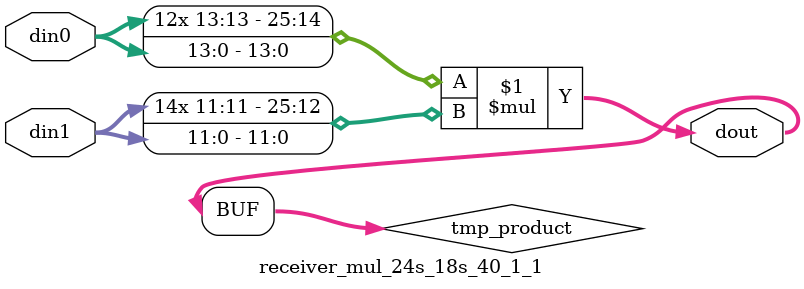
<source format=v>

`timescale 1 ns / 1 ps

  module receiver_mul_24s_18s_40_1_1(din0, din1, dout);
parameter ID = 1;
parameter NUM_STAGE = 0;
parameter din0_WIDTH = 14;
parameter din1_WIDTH = 12;
parameter dout_WIDTH = 26;

input [din0_WIDTH - 1 : 0] din0; 
input [din1_WIDTH - 1 : 0] din1; 
output [dout_WIDTH - 1 : 0] dout;

wire signed [dout_WIDTH - 1 : 0] tmp_product;













assign tmp_product = $signed(din0) * $signed(din1);








assign dout = tmp_product;







endmodule

</source>
